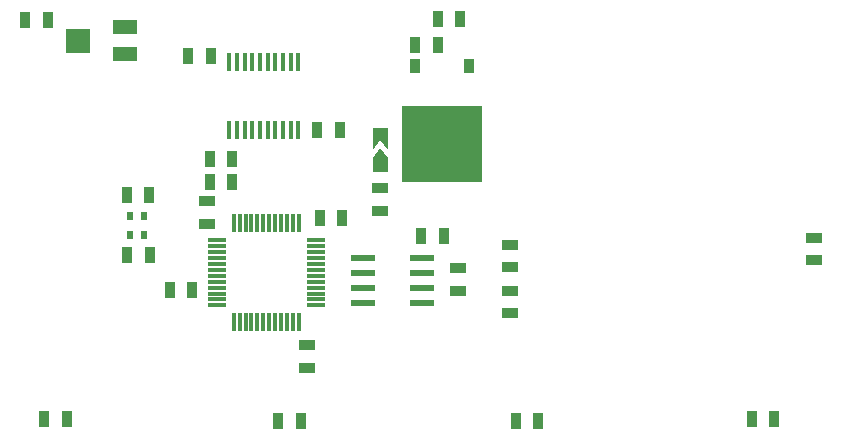
<source format=gtp>
G04*
G04 #@! TF.GenerationSoftware,Altium Limited,Altium Designer,25.4.2 (15)*
G04*
G04 Layer_Color=8421504*
%FSLAX44Y44*%
%MOMM*%
G71*
G04*
G04 #@! TF.SameCoordinates,E3562E81-9C74-4326-8BCA-3B8FE58CD66A*
G04*
G04*
G04 #@! TF.FilePolarity,Positive*
G04*
G01*
G75*
%ADD17R,0.6000X0.7000*%
%ADD18R,1.3800X0.9200*%
%ADD19R,0.9200X1.3800*%
G04:AMPARAMS|DCode=20|XSize=1.97mm|YSize=0.59mm|CornerRadius=0.0738mm|HoleSize=0mm|Usage=FLASHONLY|Rotation=0.000|XOffset=0mm|YOffset=0mm|HoleType=Round|Shape=RoundedRectangle|*
%AMROUNDEDRECTD20*
21,1,1.9700,0.4425,0,0,0.0*
21,1,1.8225,0.5900,0,0,0.0*
1,1,0.1475,0.9113,-0.2213*
1,1,0.1475,-0.9113,-0.2213*
1,1,0.1475,-0.9113,0.2213*
1,1,0.1475,0.9113,0.2213*
%
%ADD20ROUNDEDRECTD20*%
G04:AMPARAMS|DCode=21|XSize=0.28mm|YSize=1.56mm|CornerRadius=0.07mm|HoleSize=0mm|Usage=FLASHONLY|Rotation=90.000|XOffset=0mm|YOffset=0mm|HoleType=Round|Shape=RoundedRectangle|*
%AMROUNDEDRECTD21*
21,1,0.2800,1.4200,0,0,90.0*
21,1,0.1400,1.5600,0,0,90.0*
1,1,0.1400,0.7100,0.0700*
1,1,0.1400,0.7100,-0.0700*
1,1,0.1400,-0.7100,-0.0700*
1,1,0.1400,-0.7100,0.0700*
%
%ADD21ROUNDEDRECTD21*%
G04:AMPARAMS|DCode=22|XSize=0.28mm|YSize=1.56mm|CornerRadius=0.07mm|HoleSize=0mm|Usage=FLASHONLY|Rotation=0.000|XOffset=0mm|YOffset=0mm|HoleType=Round|Shape=RoundedRectangle|*
%AMROUNDEDRECTD22*
21,1,0.2800,1.4200,0,0,0.0*
21,1,0.1400,1.5600,0,0,0.0*
1,1,0.1400,0.0700,-0.7100*
1,1,0.1400,-0.0700,-0.7100*
1,1,0.1400,-0.0700,0.7100*
1,1,0.1400,0.0700,0.7100*
%
%ADD22ROUNDEDRECTD22*%
G04:AMPARAMS|DCode=23|XSize=1.57mm|YSize=0.41mm|CornerRadius=0.0513mm|HoleSize=0mm|Usage=FLASHONLY|Rotation=90.000|XOffset=0mm|YOffset=0mm|HoleType=Round|Shape=RoundedRectangle|*
%AMROUNDEDRECTD23*
21,1,1.5700,0.3075,0,0,90.0*
21,1,1.4675,0.4100,0,0,90.0*
1,1,0.1025,0.1538,0.7338*
1,1,0.1025,0.1538,-0.7338*
1,1,0.1025,-0.1538,-0.7338*
1,1,0.1025,-0.1538,0.7338*
%
%ADD23ROUNDEDRECTD23*%
%ADD24R,0.8890X1.2192*%
%ADD25R,6.7310X6.5024*%
%ADD26R,2.0000X1.3000*%
%ADD27R,2.0000X2.0000*%
G36*
X417000Y424000D02*
X411000Y432000D01*
X405000Y424000D01*
Y442000D01*
X417000D01*
Y424000D01*
D02*
G37*
G36*
Y417220D02*
Y405220D01*
X405000D01*
Y417220D01*
X411000Y425220D01*
X417000Y417220D01*
D02*
G37*
D17*
X199000Y352000D02*
D03*
Y368000D02*
D03*
X211000D02*
D03*
Y352000D02*
D03*
D18*
X521000Y343550D02*
D03*
Y324450D02*
D03*
Y304550D02*
D03*
Y285450D02*
D03*
X264000Y380550D02*
D03*
Y361450D02*
D03*
X349000Y239450D02*
D03*
Y258550D02*
D03*
X411000Y372450D02*
D03*
Y391550D02*
D03*
X477000Y304450D02*
D03*
Y323550D02*
D03*
X778000Y330450D02*
D03*
Y349550D02*
D03*
D19*
X215100Y386000D02*
D03*
X196000D02*
D03*
X145550Y196000D02*
D03*
X126450D02*
D03*
X440450Y513000D02*
D03*
X459550D02*
D03*
X215550Y335000D02*
D03*
X196450D02*
D03*
X232450Y305000D02*
D03*
X251550D02*
D03*
X285550Y416000D02*
D03*
X266450D02*
D03*
X267550Y503000D02*
D03*
X248450D02*
D03*
X378550Y366000D02*
D03*
X359450D02*
D03*
X285550Y397000D02*
D03*
X266450D02*
D03*
X357450Y441000D02*
D03*
X376550D02*
D03*
X464550Y351000D02*
D03*
X445450D02*
D03*
X725450Y196000D02*
D03*
X744550D02*
D03*
X525450Y194000D02*
D03*
X544550D02*
D03*
X324450D02*
D03*
X343550D02*
D03*
X478550Y535000D02*
D03*
X459450D02*
D03*
X110450Y534000D02*
D03*
X129550D02*
D03*
D20*
X445750Y332050D02*
D03*
Y319350D02*
D03*
Y306650D02*
D03*
Y293950D02*
D03*
X396250D02*
D03*
Y306650D02*
D03*
Y319350D02*
D03*
Y332050D02*
D03*
D21*
X272470Y347230D02*
D03*
Y342230D02*
D03*
Y337230D02*
D03*
Y332230D02*
D03*
Y327230D02*
D03*
Y322230D02*
D03*
Y317230D02*
D03*
Y312230D02*
D03*
Y307230D02*
D03*
Y302230D02*
D03*
Y297230D02*
D03*
Y292230D02*
D03*
X356070D02*
D03*
Y297230D02*
D03*
Y302230D02*
D03*
Y307230D02*
D03*
Y312230D02*
D03*
Y317230D02*
D03*
Y322230D02*
D03*
Y327230D02*
D03*
Y332230D02*
D03*
Y337230D02*
D03*
Y342230D02*
D03*
Y347230D02*
D03*
D22*
X286770Y277930D02*
D03*
X291770D02*
D03*
X296770D02*
D03*
X301770D02*
D03*
X306770D02*
D03*
X311770D02*
D03*
X316770D02*
D03*
X321770D02*
D03*
X326770D02*
D03*
X331770D02*
D03*
X336770D02*
D03*
X341770D02*
D03*
Y361530D02*
D03*
X336770D02*
D03*
X331770D02*
D03*
X326770D02*
D03*
X321770D02*
D03*
X316770D02*
D03*
X311770D02*
D03*
X306770D02*
D03*
X301770D02*
D03*
X296770D02*
D03*
X291770D02*
D03*
X286770D02*
D03*
D23*
X283020Y498430D02*
D03*
X289520D02*
D03*
X296020D02*
D03*
X302520D02*
D03*
X309020D02*
D03*
X315520D02*
D03*
X322020D02*
D03*
X328520D02*
D03*
X335020D02*
D03*
X341520D02*
D03*
Y441030D02*
D03*
X335020D02*
D03*
X328520D02*
D03*
X322020D02*
D03*
X315520D02*
D03*
X309020D02*
D03*
X302520D02*
D03*
X296020D02*
D03*
X289520D02*
D03*
X283020D02*
D03*
D24*
X485720Y495000D02*
D03*
X440000D02*
D03*
D25*
X462860Y428706D02*
D03*
D26*
X195000Y504770D02*
D03*
Y527770D02*
D03*
D27*
X155000Y516270D02*
D03*
M02*

</source>
